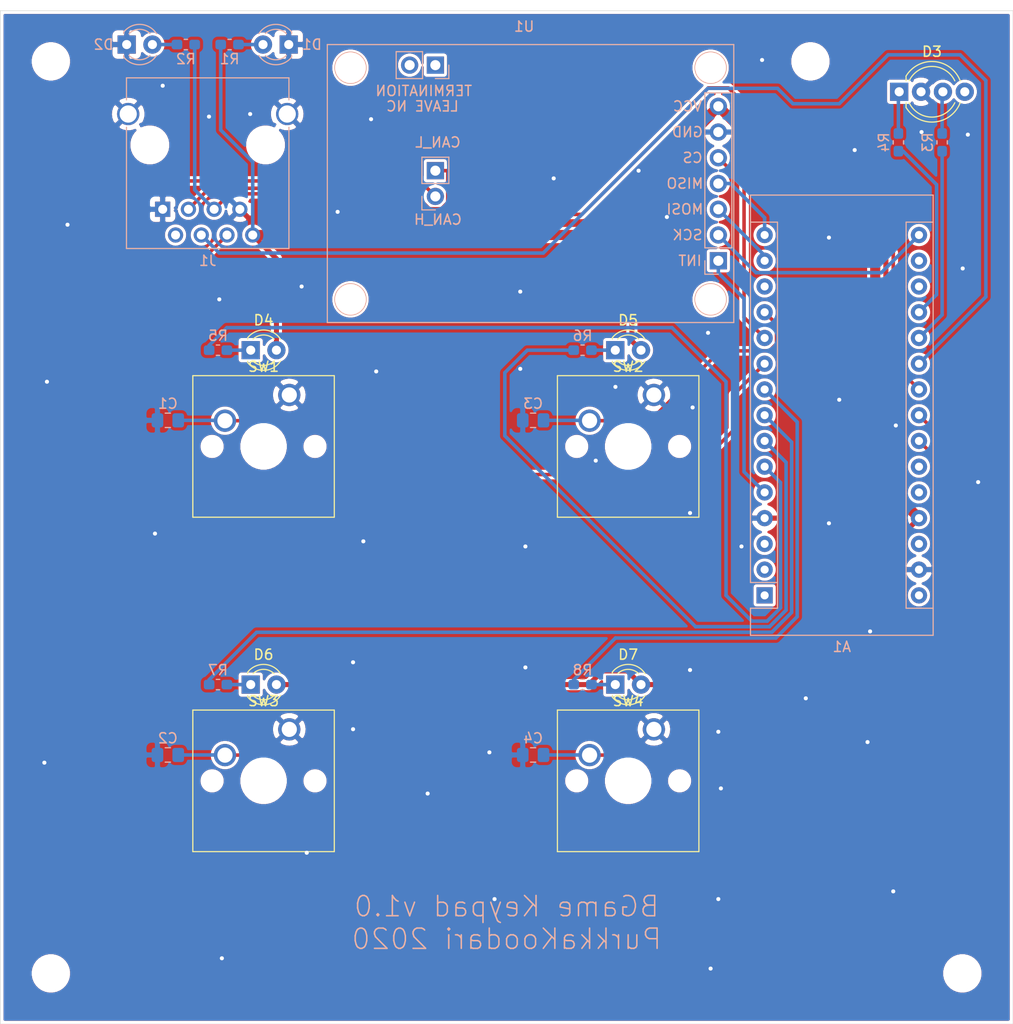
<source format=kicad_pcb>
(kicad_pcb (version 20171130) (host pcbnew 5.1.8+dfsg1-1)
  (layers (0 F.Cu signal) (31 B.Cu signal) (34 B.Paste user) (35 F.Paste user) (36 B.SilkS user) (37 F.SilkS user) (38 B.Mask user) (39 F.Mask user) (44 Edge.Cuts user))
  (net 0 "")
  (net 1 SCK)
  (net 2 MISO)
  (net 3 "Net-(A1-Pad30)")
  (net 4 MOSI)
  (net 5 GND)
  (net 6 D10)
  (net 7 "Net-(A1-Pad28)")
  (net 8 D9)
  (net 9 VCC)
  (net 10 "Net-(A1-Pad11)")
  (net 11 A7)
  (net 12 D7)
  (net 13 A6)
  (net 14 D6)
  (net 15 A5_SCL)
  (net 16 D5)
  (net 17 A4_SDA)
  (net 18 D4)
  (net 19 MODULE_ENABLE)
  (net 20 D3)
  (net 21 MODULE_READY)
  (net 22 "Net-(A1-Pad5)")
  (net 23 A1)
  (net 24 A0)
  (net 25 "Net-(A1-Pad3)")
  (net 26 "Net-(A1-Pad18)")
  (net 27 "Net-(A1-Pad2)")
  (net 28 "Net-(A1-Pad17)")
  (net 29 "Net-(A1-Pad1)")
  (net 30 "Net-(D1-Pad2)")
  (net 31 "Net-(D2-Pad2)")
  (net 32 "Net-(D3-Pad4)")
  (net 33 "Net-(D3-Pad3)")
  (net 34 "Net-(D3-Pad1)")
  (net 35 "Net-(D4-Pad1)")
  (net 36 "Net-(D5-Pad1)")
  (net 37 "Net-(D6-Pad1)")
  (net 38 "Net-(D7-Pad1)")
  (net 39 "Net-(J1-Pad3)")
  (net 40 +12V)
  (net 41 "Net-(J1-Pad6)")
  (net 42 "Net-(U1-PadJ1_1)")
  (net 43 "Net-(U1-PadJ1_2)")
  (module Button_Switch_Keyboard:SW_Cherry_MX_1.00u_PCB (layer F.Cu) (at 114.54 120.92)
    (fp_text reference SW4 (at -2.54 -2.794) (layer F.SilkS))
    (fp_text value SW_Push)
    (fp_line (start -9.525 -1.905) (end 4.445 -1.905) (layer F.SilkS) (width 0.12))
    (fp_line (start 4.445 -1.905) (end 4.445 12.065) (layer F.SilkS) (width 0.12))
    (fp_line (start 4.445 12.065) (end -9.525 12.065) (layer F.SilkS) (width 0.12))
    (fp_line (start -9.525 12.065) (end -9.525 -1.905) (layer F.SilkS) (width 0.12))
    (pad "" np_thru_hole circle (at 2.54 5.08) (size 1.7 1.7) (drill 1.7) (layers *.Cu *.Mask))
    (pad "" np_thru_hole circle (at -7.62 5.08) (size 1.7 1.7) (drill 1.7) (layers *.Cu *.Mask))
    (pad "" np_thru_hole circle (at -2.54 5.08) (size 4 4) (drill 4) (layers *.Cu *.Mask))
    (pad 2 thru_hole circle (at -6.35 2.54) (size 2.2 2.2) (drill 1.5) (layers *.Cu *.Mask) (net 15 A5_SCL))
    (pad 1 thru_hole circle (at 0 0) (size 2.2 2.2) (drill 1.5) (layers *.Cu *.Mask) (net 5 GND))
  )
  (module Button_Switch_Keyboard:SW_Cherry_MX_1.00u_PCB (layer F.Cu) (at 78.54 120.92)
    (fp_text reference SW3 (at -2.54 -2.794) (layer F.SilkS))
    (fp_text value SW_Push)
    (fp_line (start -9.525 -1.905) (end 4.445 -1.905) (layer F.SilkS) (width 0.12))
    (fp_line (start 4.445 -1.905) (end 4.445 12.065) (layer F.SilkS) (width 0.12))
    (fp_line (start 4.445 12.065) (end -9.525 12.065) (layer F.SilkS) (width 0.12))
    (fp_line (start -9.525 12.065) (end -9.525 -1.905) (layer F.SilkS) (width 0.12))
    (pad "" np_thru_hole circle (at 2.54 5.08) (size 1.7 1.7) (drill 1.7) (layers *.Cu *.Mask))
    (pad "" np_thru_hole circle (at -7.62 5.08) (size 1.7 1.7) (drill 1.7) (layers *.Cu *.Mask))
    (pad "" np_thru_hole circle (at -2.54 5.08) (size 4 4) (drill 4) (layers *.Cu *.Mask))
    (pad 2 thru_hole circle (at -6.35 2.54) (size 2.2 2.2) (drill 1.5) (layers *.Cu *.Mask) (net 17 A4_SDA))
    (pad 1 thru_hole circle (at 0 0) (size 2.2 2.2) (drill 1.5) (layers *.Cu *.Mask) (net 5 GND))
  )
  (module Button_Switch_Keyboard:SW_Cherry_MX_1.00u_PCB (layer F.Cu) (at 114.54 87.92)
    (fp_text reference SW2 (at -2.54 -2.794) (layer F.SilkS))
    (fp_text value SW_Push)
    (fp_line (start -9.525 -1.905) (end 4.445 -1.905) (layer F.SilkS) (width 0.12))
    (fp_line (start 4.445 -1.905) (end 4.445 12.065) (layer F.SilkS) (width 0.12))
    (fp_line (start 4.445 12.065) (end -9.525 12.065) (layer F.SilkS) (width 0.12))
    (fp_line (start -9.525 12.065) (end -9.525 -1.905) (layer F.SilkS) (width 0.12))
    (pad "" np_thru_hole circle (at 2.54 5.08) (size 1.7 1.7) (drill 1.7) (layers *.Cu *.Mask))
    (pad "" np_thru_hole circle (at -7.62 5.08) (size 1.7 1.7) (drill 1.7) (layers *.Cu *.Mask))
    (pad "" np_thru_hole circle (at -2.54 5.08) (size 4 4) (drill 4) (layers *.Cu *.Mask))
    (pad 2 thru_hole circle (at -6.35 2.54) (size 2.2 2.2) (drill 1.5) (layers *.Cu *.Mask) (net 8 D9))
    (pad 1 thru_hole circle (at 0 0) (size 2.2 2.2) (drill 1.5) (layers *.Cu *.Mask) (net 5 GND))
  )
  (module Button_Switch_Keyboard:SW_Cherry_MX_1.00u_PCB (layer F.Cu) (at 78.54 87.92)
    (fp_text reference SW1 (at -2.54 -2.794) (layer F.SilkS))
    (fp_text value SW_Push)
    (fp_line (start -9.525 -1.905) (end 4.445 -1.905) (layer F.SilkS) (width 0.12))
    (fp_line (start 4.445 -1.905) (end 4.445 12.065) (layer F.SilkS) (width 0.12))
    (fp_line (start 4.445 12.065) (end -9.525 12.065) (layer F.SilkS) (width 0.12))
    (fp_line (start -9.525 12.065) (end -9.525 -1.905) (layer F.SilkS) (width 0.12))
    (pad "" np_thru_hole circle (at 2.54 5.08) (size 1.7 1.7) (drill 1.7) (layers *.Cu *.Mask))
    (pad "" np_thru_hole circle (at -7.62 5.08) (size 1.7 1.7) (drill 1.7) (layers *.Cu *.Mask))
    (pad "" np_thru_hole circle (at -2.54 5.08) (size 4 4) (drill 4) (layers *.Cu *.Mask))
    (pad 2 thru_hole circle (at -6.35 2.54) (size 2.2 2.2) (drill 1.5) (layers *.Cu *.Mask) (net 12 D7))
    (pad 1 thru_hole circle (at 0 0) (size 2.2 2.2) (drill 1.5) (layers *.Cu *.Mask) (net 5 GND))
  )
  (module Capacitor_SMD:C_0805_2012Metric_Pad1.15x1.40mm_HandSolder (layer B.Cu) (at 102.616 123.444 180)
    (fp_text reference C4 (at 0 1.65) (layer B.SilkS) (effects (justify mirror)))
    (fp_text value C)
    (fp_line (start -0.261252 0.71) (end 0.261252 0.71) (layer B.SilkS) (width 0.12))
    (fp_line (start -0.261252 -0.71) (end 0.261252 -0.71) (layer B.SilkS) (width 0.12))
    (pad 2 smd roundrect (at 1.025 0 180) (size 1.15 1.4) (layers B.Cu B.Paste B.Mask) (roundrect_rratio 0.217391) (net 5 GND))
    (pad 1 smd roundrect (at -1.025 0 180) (size 1.15 1.4) (layers B.Cu B.Paste B.Mask) (roundrect_rratio 0.217391) (net 15 A5_SCL))
  )
  (module Capacitor_SMD:C_0805_2012Metric_Pad1.15x1.40mm_HandSolder (layer B.Cu) (at 102.616 90.424 180)
    (fp_text reference C3 (at 0 1.65) (layer B.SilkS) (effects (justify mirror)))
    (fp_text value C)
    (fp_line (start -0.261252 0.71) (end 0.261252 0.71) (layer B.SilkS) (width 0.12))
    (fp_line (start -0.261252 -0.71) (end 0.261252 -0.71) (layer B.SilkS) (width 0.12))
    (pad 2 smd roundrect (at 1.025 0 180) (size 1.15 1.4) (layers B.Cu B.Paste B.Mask) (roundrect_rratio 0.217391) (net 5 GND))
    (pad 1 smd roundrect (at -1.025 0 180) (size 1.15 1.4) (layers B.Cu B.Paste B.Mask) (roundrect_rratio 0.217391) (net 8 D9))
  )
  (module Capacitor_SMD:C_0805_2012Metric_Pad1.15x1.40mm_HandSolder (layer B.Cu) (at 66.548 123.444 180)
    (fp_text reference C2 (at 0 1.65) (layer B.SilkS) (effects (justify mirror)))
    (fp_text value C)
    (fp_line (start -0.261252 0.71) (end 0.261252 0.71) (layer B.SilkS) (width 0.12))
    (fp_line (start -0.261252 -0.71) (end 0.261252 -0.71) (layer B.SilkS) (width 0.12))
    (pad 2 smd roundrect (at 1.025 0 180) (size 1.15 1.4) (layers B.Cu B.Paste B.Mask) (roundrect_rratio 0.217391) (net 5 GND))
    (pad 1 smd roundrect (at -1.025 0 180) (size 1.15 1.4) (layers B.Cu B.Paste B.Mask) (roundrect_rratio 0.217391) (net 17 A4_SDA))
  )
  (module Capacitor_SMD:C_0805_2012Metric_Pad1.15x1.40mm_HandSolder (layer B.Cu) (at 66.548 90.424 180)
    (fp_text reference C1 (at 0 1.65) (layer B.SilkS) (effects (justify mirror)))
    (fp_text value C)
    (fp_line (start -0.261252 0.71) (end 0.261252 0.71) (layer B.SilkS) (width 0.12))
    (fp_line (start -0.261252 -0.71) (end 0.261252 -0.71) (layer B.SilkS) (width 0.12))
    (pad 2 smd roundrect (at 1.025 0 180) (size 1.15 1.4) (layers B.Cu B.Paste B.Mask) (roundrect_rratio 0.217391) (net 5 GND))
    (pad 1 smd roundrect (at -1.025 0 180) (size 1.15 1.4) (layers B.Cu B.Paste B.Mask) (roundrect_rratio 0.217391) (net 12 D7))
  )
  (module MountingHole:MountingHole_3.2mm_M3 (layer F.Cu) (at 55 145)
    (fp_text reference REF** hide)
    (fp_text value MountingHole_3.2mm_M3 hide)
    (pad 1 np_thru_hole circle (at 0 0) (size 3.2 3.2) (drill 3.2) (layers *.Cu *.Mask))
  )
  (module MountingHole:MountingHole_3.2mm_M3 (layer F.Cu) (at 145 145)
    (fp_text reference REF** hide)
    (fp_text value MountingHole_3.2mm_M3 hide)
    (pad 1 np_thru_hole circle (at 0 0) (size 3.2 3.2) (drill 3.2) (layers *.Cu *.Mask))
  )
  (module MountingHole:MountingHole_3.2mm_M3 (layer F.Cu) (at 130 55)
    (fp_text reference REF** hide)
    (fp_text value MountingHole_3.2mm_M3 hide)
    (pad 1 np_thru_hole circle (at 0 0) (size 3.2 3.2) (drill 3.2) (layers *.Cu *.Mask))
  )
  (module MountingHole:MountingHole_3.2mm_M3 (layer F.Cu) (at 55 55)
    (fp_text reference REF** hide)
    (fp_text value MountingHole_3.2mm_M3 hide)
    (pad 1 np_thru_hole circle (at 0 0) (size 3.2 3.2) (drill 3.2) (layers *.Cu *.Mask))
  )
  (module WAVGAT_CAN:WAVGAT_CAN (layer B.Cu) (at 112.268 50.292 180)
    (fp_text reference U1 (at 10.541 -1.27) (layer B.SilkS) (effects (justify mirror)))
    (fp_text value WAVGAT_CAN)
    (fp_circle (center -7.874 -5.334) (end -9.398 -5.334) (layer B.SilkS) (width 0.15))
    (fp_circle (center -7.874 -28.194) (end -9.398 -28.194) (layer B.SilkS) (width 0.15))
    (fp_circle (center 27.686 -28.194) (end 29.21 -28.194) (layer B.SilkS) (width 0.15))
    (fp_circle (center 27.686 -5.334) (end 27.686 -6.858) (layer B.SilkS) (width 0.15))
    (fp_line (start -7.306 -23.114) (end -9.966 -23.114) (layer B.SilkS) (width 0.12))
    (fp_line (start -9.966 -23.114) (end -9.966 -7.814) (layer B.SilkS) (width 0.12))
    (fp_line (start -7.306 -23.114) (end -7.306 -7.814) (layer B.SilkS) (width 0.12))
    (fp_line (start -7.306 -7.814) (end -9.966 -7.814) (layer B.SilkS) (width 0.12))
    (fp_line (start -7.306 -25.714) (end -8.636 -25.714) (layer B.SilkS) (width 0.12))
    (fp_line (start -7.306 -24.384) (end -7.306 -25.714) (layer B.SilkS) (width 0.12))
    (fp_line (start 20.634 -16.764) (end 20.634 -14.164) (layer B.SilkS) (width 0.12))
    (fp_line (start 20.634 -19.364) (end 19.304 -19.364) (layer B.SilkS) (width 0.12))
    (fp_line (start 17.974 -16.764) (end 17.974 -14.164) (layer B.SilkS) (width 0.12))
    (fp_line (start 20.634 -16.764) (end 17.974 -16.764) (layer B.SilkS) (width 0.12))
    (fp_line (start 20.634 -18.034) (end 20.634 -19.364) (layer B.SilkS) (width 0.12))
    (fp_line (start 20.634 -14.164) (end 17.974 -14.164) (layer B.SilkS) (width 0.12))
    (fp_line (start 20.574 -6.41) (end 23.174 -6.41) (layer B.SilkS) (width 0.12))
    (fp_line (start 17.974 -6.41) (end 17.974 -5.08) (layer B.SilkS) (width 0.12))
    (fp_line (start 20.574 -3.75) (end 23.174 -3.75) (layer B.SilkS) (width 0.12))
    (fp_line (start 20.574 -6.41) (end 20.574 -3.75) (layer B.SilkS) (width 0.12))
    (fp_line (start 19.304 -6.41) (end 17.974 -6.41) (layer B.SilkS) (width 0.12))
    (fp_line (start 23.174 -6.41) (end 23.174 -3.75) (layer B.SilkS) (width 0.12))
    (fp_line (start -10.16 -3.048) (end 29.972 -3.048) (layer B.SilkS) (width 0.12))
    (fp_line (start 29.972 -3.048) (end 29.972 -30.48) (layer B.SilkS) (width 0.12))
    (fp_line (start 29.972 -30.48) (end -10.16 -30.48) (layer B.SilkS) (width 0.12))
    (fp_line (start -10.16 -30.48) (end -10.16 -3.048) (layer B.SilkS) (width 0.12))
    (fp_text user "LEAVE NC" (at 20.574 -9.144) (layer B.SilkS) (effects (justify mirror)))
    (fp_text user INT (at -5.842 -24.384) (layer B.SilkS) (effects (justify mirror)))
    (fp_text user SCK (at -5.588 -21.844) (layer B.SilkS) (effects (justify mirror)))
    (fp_text user MOSI (at -5.334 -19.304) (layer B.SilkS) (effects (justify mirror)))
    (fp_text user MISO (at -5.334 -16.764) (layer B.SilkS) (effects (justify mirror)))
    (fp_text user CS (at -6.096 -14.224) (layer B.SilkS) (effects (justify mirror)))
    (fp_text user GND (at -5.588 -11.684) (layer B.SilkS) (effects (justify mirror)))
    (fp_text user VCC (at -5.588 -9.144) (layer B.SilkS) (effects (justify mirror)))
    (fp_text user CAN_L (at 19.05 -12.7) (layer B.SilkS) (effects (justify mirror)))
    (fp_text user CAN_H (at 19.05 -20.32) (layer B.SilkS) (effects (justify mirror)))
    (fp_text user TERMINATION (at 20.447 -7.62) (layer B.SilkS) (effects (justify mirror)))
    (pad "" np_thru_hole circle (at -7.874 -28.194 180) (size 3 3) (drill 3) (layers *.Cu *.Mask))
    (pad "" np_thru_hole circle (at 27.686 -5.334 180) (size 3 3) (drill 3) (layers *.Cu *.Mask))
    (pad "" np_thru_hole circle (at 27.686 -28.194 180) (size 3 3) (drill 3) (layers *.Cu *.Mask))
    (pad "" np_thru_hole circle (at -7.874 -5.334 180) (size 3 3) (drill 3) (layers *.Cu *.Mask))
    (pad J1_1 thru_hole rect (at 19.304 -5.08 90) (size 1.7 1.7) (drill 1) (layers *.Cu *.Mask) (net 42 "Net-(U1-PadJ1_1)"))
    (pad J1_2 thru_hole oval (at 21.844 -5.08 90) (size 1.7 1.7) (drill 1) (layers *.Cu *.Mask) (net 43 "Net-(U1-PadJ1_2)"))
    (pad J3_2 thru_hole oval (at 19.304 -18.034) (size 1.7 1.7) (drill 1) (layers *.Cu *.Mask) (net 41 "Net-(J1-Pad6)"))
    (pad J3_1 thru_hole rect (at 19.304 -15.494) (size 1.7 1.7) (drill 1) (layers *.Cu *.Mask) (net 39 "Net-(J1-Pad3)"))
    (pad J4_2 thru_hole oval (at -8.636 -21.844) (size 1.7 1.7) (drill 1) (layers *.Cu *.Mask) (net 1 SCK))
    (pad J4_3 thru_hole oval (at -8.636 -19.304) (size 1.7 1.7) (drill 1) (layers *.Cu *.Mask) (net 4 MOSI))
    (pad J4_4 thru_hole oval (at -8.636 -16.764) (size 1.7 1.7) (drill 1) (layers *.Cu *.Mask) (net 2 MISO))
    (pad J4_5 thru_hole oval (at -8.636 -14.224) (size 1.7 1.7) (drill 1) (layers *.Cu *.Mask) (net 10 "Net-(A1-Pad11)"))
    (pad J4_7 thru_hole oval (at -8.636 -9.144) (size 1.7 1.7) (drill 1) (layers *.Cu *.Mask) (net 9 VCC))
    (pad J4_1 thru_hole rect (at -8.636 -24.384) (size 1.7 1.7) (drill 1) (layers *.Cu *.Mask) (net 22 "Net-(A1-Pad5)"))
    (pad J4_6 thru_hole oval (at -8.636 -11.684) (size 1.7 1.7) (drill 1) (layers *.Cu *.Mask) (net 5 GND))
  )
  (module Resistor_SMD:R_0603_1608Metric_Pad1.05x0.95mm_HandSolder (layer B.Cu) (at 107.5 116.5 180)
    (fp_text reference R8 (at 0 1.43) (layer B.SilkS) (effects (justify mirror)))
    (fp_text value 220R)
    (fp_line (start -0.171267 0.51) (end 0.171267 0.51) (layer B.SilkS) (width 0.12))
    (fp_line (start -0.171267 -0.51) (end 0.171267 -0.51) (layer B.SilkS) (width 0.12))
    (pad 2 smd roundrect (at 0.875 0 180) (size 1.05 0.95) (layers B.Cu B.Paste B.Mask) (net 14 D6))
    (pad 1 smd roundrect (at -0.875 0 180) (size 1.05 0.95) (layers B.Cu B.Paste B.Mask) (net 38 "Net-(D7-Pad1)"))
  )
  (module Resistor_SMD:R_0603_1608Metric_Pad1.05x0.95mm_HandSolder (layer B.Cu) (at 71.5 116.5 180)
    (fp_text reference R7 (at 0 1.43) (layer B.SilkS) (effects (justify mirror)))
    (fp_text value 220R)
    (fp_line (start -0.171267 0.51) (end 0.171267 0.51) (layer B.SilkS) (width 0.12))
    (fp_line (start -0.171267 -0.51) (end 0.171267 -0.51) (layer B.SilkS) (width 0.12))
    (pad 2 smd roundrect (at 0.875 0 180) (size 1.05 0.95) (layers B.Cu B.Paste B.Mask) (net 16 D5))
    (pad 1 smd roundrect (at -0.875 0 180) (size 1.05 0.95) (layers B.Cu B.Paste B.Mask) (net 37 "Net-(D6-Pad1)"))
  )
  (module Resistor_SMD:R_0603_1608Metric_Pad1.05x0.95mm_HandSolder (layer B.Cu) (at 107.5 83.5 180)
    (fp_text reference R6 (at 0 1.43) (layer B.SilkS) (effects (justify mirror)))
    (fp_text value 220R)
    (fp_line (start -0.171267 0.51) (end 0.171267 0.51) (layer B.SilkS) (width 0.12))
    (fp_line (start -0.171267 -0.51) (end 0.171267 -0.51) (layer B.SilkS) (width 0.12))
    (pad 2 smd roundrect (at 0.875 0 180) (size 1.05 0.95) (layers B.Cu B.Paste B.Mask) (net 18 D4))
    (pad 1 smd roundrect (at -0.875 0 180) (size 1.05 0.95) (layers B.Cu B.Paste B.Mask) (net 36 "Net-(D5-Pad1)"))
  )
  (module Resistor_SMD:R_0603_1608Metric_Pad1.05x0.95mm_HandSolder (layer B.Cu) (at 71.5 83.5 180)
    (fp_text reference R5 (at 0 1.43) (layer B.SilkS) (effects (justify mirror)))
    (fp_text value 220R)
    (fp_line (start -0.171267 0.51) (end 0.171267 0.51) (layer B.SilkS) (width 0.12))
    (fp_line (start -0.171267 -0.51) (end 0.171267 -0.51) (layer B.SilkS) (width 0.12))
    (pad 2 smd roundrect (at 0.875 0 180) (size 1.05 0.95) (layers B.Cu B.Paste B.Mask) (net 20 D3))
    (pad 1 smd roundrect (at -0.875 0 180) (size 1.05 0.95) (layers B.Cu B.Paste B.Mask) (net 35 "Net-(D4-Pad1)"))
  )
  (module Resistor_SMD:R_0603_1608Metric_Pad1.05x0.95mm_HandSolder (layer B.Cu) (at 138.684 62.992 270)
    (fp_text reference R4 (at 0 1.43 270) (layer B.SilkS) (effects (justify mirror)))
    (fp_text value 220R)
    (fp_line (start -0.171267 0.51) (end 0.171267 0.51) (layer B.SilkS) (width 0.12))
    (fp_line (start -0.171267 -0.51) (end 0.171267 -0.51) (layer B.SilkS) (width 0.12))
    (pad 2 smd roundrect (at 0.875 0 270) (size 1.05 0.95) (layers B.Cu B.Paste B.Mask) (net 24 A0))
    (pad 1 smd roundrect (at -0.875 0 270) (size 1.05 0.95) (layers B.Cu B.Paste B.Mask) (net 34 "Net-(D3-Pad1)"))
  )
  (module Resistor_SMD:R_0603_1608Metric_Pad1.05x0.95mm_HandSolder (layer B.Cu) (at 143.002 62.992 270)
    (fp_text reference R3 (at 0 1.43 270) (layer B.SilkS) (effects (justify mirror)))
    (fp_text value 220R)
    (fp_line (start -0.171267 0.51) (end 0.171267 0.51) (layer B.SilkS) (width 0.12))
    (fp_line (start -0.171267 -0.51) (end 0.171267 -0.51) (layer B.SilkS) (width 0.12))
    (pad 2 smd roundrect (at 0.875 0 270) (size 1.05 0.95) (layers B.Cu B.Paste B.Mask) (net 23 A1))
    (pad 1 smd roundrect (at -0.875 0 270) (size 1.05 0.95) (layers B.Cu B.Paste B.Mask) (net 33 "Net-(D3-Pad3)"))
  )
  (module Resistor_SMD:R_0603_1608Metric_Pad1.05x0.95mm_HandSolder (layer B.Cu) (at 68.326 53.34)
    (fp_text reference R2 (at 0 1.43) (layer B.SilkS) (effects (justify mirror)))
    (fp_text value 560R)
    (fp_line (start -0.171267 0.51) (end 0.171267 0.51) (layer B.SilkS) (width 0.12))
    (fp_line (start -0.171267 -0.51) (end 0.171267 -0.51) (layer B.SilkS) (width 0.12))
    (pad 2 smd roundrect (at 0.875 0) (size 1.05 0.95) (layers B.Cu B.Paste B.Mask) (net 19 MODULE_ENABLE))
    (pad 1 smd roundrect (at -0.875 0) (size 1.05 0.95) (layers B.Cu B.Paste B.Mask) (net 31 "Net-(D2-Pad2)"))
  )
  (module Resistor_SMD:R_0603_1608Metric_Pad1.05x0.95mm_HandSolder (layer B.Cu) (at 72.644 53.34)
    (fp_text reference R1 (at 0 1.43) (layer B.SilkS) (effects (justify mirror)))
    (fp_text value 560R)
    (fp_line (start -0.171267 0.51) (end 0.171267 0.51) (layer B.SilkS) (width 0.12))
    (fp_line (start -0.171267 -0.51) (end 0.171267 -0.51) (layer B.SilkS) (width 0.12))
    (pad 2 smd roundrect (at 0.875 0) (size 1.05 0.95) (layers B.Cu B.Paste B.Mask) (net 30 "Net-(D1-Pad2)"))
    (pad 1 smd roundrect (at -0.875 0) (size 1.05 0.95) (layers B.Cu B.Paste B.Mask) (net 9 VCC))
  )
  (module RJ45_5224:RJ45_5224 (layer B.Cu) (at 66.04 69.596)
    (fp_text reference J1 (at 4.445 5.08) (layer B.SilkS) (effects (justify mirror)))
    (fp_text value RJ45_Shielded)
    (fp_line (start -3.575 3.87) (end 12.465 3.87) (layer B.SilkS) (width 0.12))
    (fp_line (start 12.465 3.87) (end 12.465 -8.1) (layer B.SilkS) (width 0.12))
    (fp_line (start -3.575 -12.97) (end 12.465 -12.97) (layer B.SilkS) (width 0.12))
    (fp_line (start -3.575 -8.1) (end -3.575 3.87) (layer B.SilkS) (width 0.12))
    (fp_line (start -3.575 -12.97) (end -3.575 -10.795) (layer B.SilkS) (width 0.12))
    (fp_line (start 12.465 -12.97) (end 12.465 -10.795) (layer B.SilkS) (width 0.12))
    (pad 1 thru_hole rect (at 0 0) (size 1.5 1.5) (drill 0.89) (layers *.Cu *.Mask) (net 5 GND))
    (pad 3 thru_hole circle (at 2.54 0) (size 1.5 1.5) (drill 0.89) (layers *.Cu *.Mask) (net 39 "Net-(J1-Pad3)"))
    (pad 5 thru_hole circle (at 5.08 0) (size 1.5 1.5) (drill 0.89) (layers *.Cu *.Mask) (net 19 MODULE_ENABLE))
    (pad 7 thru_hole circle (at 7.62 0) (size 1.5 1.5) (drill 0.89) (layers *.Cu *.Mask) (net 5 GND))
    (pad 2 thru_hole circle (at 1.27 2.54) (size 1.5 1.5) (drill 0.89) (layers *.Cu *.Mask) (net 40 +12V))
    (pad 4 thru_hole circle (at 3.81 2.54) (size 1.5 1.5) (drill 0.89) (layers *.Cu *.Mask) (net 21 MODULE_READY))
    (pad 6 thru_hole circle (at 6.35 2.54) (size 1.5 1.5) (drill 0.89) (layers *.Cu *.Mask) (net 41 "Net-(J1-Pad6)"))
    (pad 8 thru_hole circle (at 8.89 2.54) (size 1.5 1.5) (drill 0.89) (layers *.Cu *.Mask) (net 9 VCC))
    (pad "" np_thru_hole circle (at -1.27 -6.35) (size 3.25 3.25) (drill 3.25) (layers *.Cu *.Mask))
    (pad "" np_thru_hole circle (at 10.16 -6.35) (size 3.25 3.25) (drill 3.25) (layers *.Cu *.Mask))
    (pad SH thru_hole circle (at 12.295 -9.4) (size 2.2 2.2) (drill 1.7) (layers *.Cu *.Mask) (net 5 GND))
    (pad SH thru_hole circle (at -3.405 -9.4) (size 2.2 2.2) (drill 1.7) (layers *.Cu *.Mask) (net 5 GND))
  )
  (module LED_THT:LED_D3.0mm (layer F.Cu) (at 110.73 116.5)
    (fp_text reference D7 (at 1.27 -2.96) (layer F.SilkS))
    (fp_text value LED)
    (fp_line (start -0.29 -1.236) (end -0.29 -1.08) (layer F.SilkS) (width 0.12))
    (fp_line (start -0.29 1.08) (end -0.29 1.236) (layer F.SilkS) (width 0.12))
    (fp_arc (start 1.27 0) (end 0.229039 1.08) (angle -87.9) (layer F.SilkS) (width 0.12))
    (fp_arc (start 1.27 0) (end 0.229039 -1.08) (angle 87.9) (layer F.SilkS) (width 0.12))
    (fp_arc (start 1.27 0) (end -0.29 1.235516) (angle -108.8) (layer F.SilkS) (width 0.12))
    (fp_arc (start 1.27 0) (end -0.29 -1.235516) (angle 108.8) (layer F.SilkS) (width 0.12))
    (pad 2 thru_hole circle (at 2.54 0) (size 1.8 1.8) (drill 0.9) (layers *.Cu *.Mask) (net 9 VCC))
    (pad 1 thru_hole rect (at 0 0) (size 1.8 1.8) (drill 0.9) (layers *.Cu *.Mask) (net 38 "Net-(D7-Pad1)"))
  )
  (module LED_THT:LED_D3.0mm (layer F.Cu) (at 74.73 116.5)
    (fp_text reference D6 (at 1.27 -2.96) (layer F.SilkS))
    (fp_text value LED)
    (fp_line (start -0.29 -1.236) (end -0.29 -1.08) (layer F.SilkS) (width 0.12))
    (fp_line (start -0.29 1.08) (end -0.29 1.236) (layer F.SilkS) (width 0.12))
    (fp_arc (start 1.27 0) (end 0.229039 1.08) (angle -87.9) (layer F.SilkS) (width 0.12))
    (fp_arc (start 1.27 0) (end 0.229039 -1.08) (angle 87.9) (layer F.SilkS) (width 0.12))
    (fp_arc (start 1.27 0) (end -0.29 1.235516) (angle -108.8) (layer F.SilkS) (width 0.12))
    (fp_arc (start 1.27 0) (end -0.29 -1.235516) (angle 108.8) (layer F.SilkS) (width 0.12))
    (pad 2 thru_hole circle (at 2.54 0) (size 1.8 1.8) (drill 0.9) (layers *.Cu *.Mask) (net 9 VCC))
    (pad 1 thru_hole rect (at 0 0) (size 1.8 1.8) (drill 0.9) (layers *.Cu *.Mask) (net 37 "Net-(D6-Pad1)"))
  )
  (module LED_THT:LED_D3.0mm (layer F.Cu) (at 110.73 83.5)
    (fp_text reference D5 (at 1.27 -2.96) (layer F.SilkS))
    (fp_text value LED)
    (fp_line (start -0.29 -1.236) (end -0.29 -1.08) (layer F.SilkS) (width 0.12))
    (fp_line (start -0.29 1.08) (end -0.29 1.236) (layer F.SilkS) (width 0.12))
    (fp_arc (start 1.27 0) (end 0.229039 1.08) (angle -87.9) (layer F.SilkS) (width 0.12))
    (fp_arc (start 1.27 0) (end 0.229039 -1.08) (angle 87.9) (layer F.SilkS) (width 0.12))
    (fp_arc (start 1.27 0) (end -0.29 1.235516) (angle -108.8) (layer F.SilkS) (width 0.12))
    (fp_arc (start 1.27 0) (end -0.29 -1.235516) (angle 108.8) (layer F.SilkS) (width 0.12))
    (pad 2 thru_hole circle (at 2.54 0) (size 1.8 1.8) (drill 0.9) (layers *.Cu *.Mask) (net 9 VCC))
    (pad 1 thru_hole rect (at 0 0) (size 1.8 1.8) (drill 0.9) (layers *.Cu *.Mask) (net 36 "Net-(D5-Pad1)"))
  )
  (module LED_THT:LED_D3.0mm (layer F.Cu) (at 74.73 83.5)
    (fp_text reference D4 (at 1.27 -2.96) (layer F.SilkS))
    (fp_text value LED)
    (fp_line (start -0.29 -1.236) (end -0.29 -1.08) (layer F.SilkS) (width 0.12))
    (fp_line (start -0.29 1.08) (end -0.29 1.236) (layer F.SilkS) (width 0.12))
    (fp_arc (start 1.27 0) (end 0.229039 1.08) (angle -87.9) (layer F.SilkS) (width 0.12))
    (fp_arc (start 1.27 0) (end 0.229039 -1.08) (angle 87.9) (layer F.SilkS) (width 0.12))
    (fp_arc (start 1.27 0) (end -0.29 1.235516) (angle -108.8) (layer F.SilkS) (width 0.12))
    (fp_arc (start 1.27 0) (end -0.29 -1.235516) (angle 108.8) (layer F.SilkS) (width 0.12))
    (pad 2 thru_hole circle (at 2.54 0) (size 1.8 1.8) (drill 0.9) (layers *.Cu *.Mask) (net 9 VCC))
    (pad 1 thru_hole rect (at 0 0) (size 1.8 1.8) (drill 0.9) (layers *.Cu *.Mask) (net 35 "Net-(D4-Pad1)"))
  )
  (module LED_THT:LED_D5.0mm-4_RGB_Wide_Pins (layer F.Cu) (at 138.7615 58)
    (fp_text reference D3 (at 3.2385 -3.96) (layer F.SilkS))
    (fp_text value LED_RCGB)
    (fp_line (start 0.6785 -1.545) (end 0.6785 -1.08) (layer F.SilkS) (width 0.12))
    (fp_line (start 0.6785 1.08) (end 0.6785 1.545) (layer F.SilkS) (width 0.12))
    (fp_arc (start 3.2385 0) (end 0.983816 1.08) (angle -128.8) (layer F.SilkS) (width 0.12))
    (fp_arc (start 3.2385 0) (end 0.983816 -1.08) (angle 128.8) (layer F.SilkS) (width 0.12))
    (fp_arc (start 3.2385 0) (end 0.6785 1.54483) (angle -127.7) (layer F.SilkS) (width 0.12))
    (fp_arc (start 3.2385 0) (end 0.6785 -1.54483) (angle 127.7) (layer F.SilkS) (width 0.12))
    (pad 4 thru_hole circle (at 6.477 0) (size 1.8 1.8) (drill 0.9) (layers *.Cu *.Mask) (net 32 "Net-(D3-Pad4)"))
    (pad 3 thru_hole circle (at 4.318 0) (size 1.8 1.8) (drill 0.9) (layers *.Cu *.Mask) (net 33 "Net-(D3-Pad3)"))
    (pad 2 thru_hole circle (at 2.159 0) (size 1.8 1.8) (drill 0.9) (layers *.Cu *.Mask) (net 5 GND))
    (pad 1 thru_hole rect (at 0 0) (size 1.8 1.8) (drill 0.9) (layers *.Cu *.Mask) (net 34 "Net-(D3-Pad1)"))
  )
  (module LED_THT:LED_D3.0mm (layer B.Cu) (at 62.484 53.34)
    (fp_text reference D2 (at -2.286 0) (layer B.SilkS) (effects (justify mirror)))
    (fp_text value LED_Small)
    (fp_line (start -0.29 1.236) (end -0.29 1.08) (layer B.SilkS) (width 0.12))
    (fp_line (start -0.29 -1.08) (end -0.29 -1.236) (layer B.SilkS) (width 0.12))
    (fp_arc (start 1.27 0) (end 0.229039 -1.08) (angle 87.9) (layer B.SilkS) (width 0.12))
    (fp_arc (start 1.27 0) (end 0.229039 1.08) (angle -87.9) (layer B.SilkS) (width 0.12))
    (fp_arc (start 1.27 0) (end -0.29 -1.235516) (angle 108.8) (layer B.SilkS) (width 0.12))
    (fp_arc (start 1.27 0) (end -0.29 1.235516) (angle -108.8) (layer B.SilkS) (width 0.12))
    (pad 2 thru_hole circle (at 2.54 0) (size 1.8 1.8) (drill 0.9) (layers *.Cu *.Mask) (net 31 "Net-(D2-Pad2)"))
    (pad 1 thru_hole rect (at 0 0) (size 1.8 1.8) (drill 0.9) (layers *.Cu *.Mask) (net 5 GND))
  )
  (module LED_THT:LED_D3.0mm (layer B.Cu) (at 78.486 53.34 180)
    (fp_text reference D1 (at -2.286 0) (layer B.SilkS) (effects (justify mirror)))
    (fp_text value LED_Small)
    (fp_line (start -0.29 1.236) (end -0.29 1.08) (layer B.SilkS) (width 0.12))
    (fp_line (start -0.29 -1.08) (end -0.29 -1.236) (layer B.SilkS) (width 0.12))
    (fp_arc (start 1.27 0) (end 0.229039 -1.08) (angle 87.9) (layer B.SilkS) (width 0.12))
    (fp_arc (start 1.27 0) (end 0.229039 1.08) (angle -87.9) (layer B.SilkS) (width 0.12))
    (fp_arc (start 1.27 0) (end -0.29 -1.235516) (angle 108.8) (layer B.SilkS) (width 0.12))
    (fp_arc (start 1.27 0) (end -0.29 1.235516) (angle -108.8) (layer B.SilkS) (width 0.12))
    (pad 2 thru_hole circle (at 2.54 0 180) (size 1.8 1.8) (drill 0.9) (layers *.Cu *.Mask) (net 30 "Net-(D1-Pad2)"))
    (pad 1 thru_hole rect (at 0 0 180) (size 1.8 1.8) (drill 0.9) (layers *.Cu *.Mask) (net 5 GND))
  )
  (module Module:Arduino_Nano (layer B.Cu) (at 125.476 107.696)
    (fp_text reference A1 (at 7.62 5.08) (layer B.SilkS) (effects (justify mirror)))
    (fp_text value Arduino_Nano_v3.x)
    (fp_line (start 1.27 -1.27) (end 1.27 1.27) (layer B.SilkS) (width 0.12))
    (fp_line (start 1.27 1.27) (end -1.4 1.27) (layer B.SilkS) (width 0.12))
    (fp_line (start -1.4 -1.27) (end -1.4 -39.5) (layer B.SilkS) (width 0.12))
    (fp_line (start -1.4 3.94) (end -1.4 1.27) (layer B.SilkS) (width 0.12))
    (fp_line (start 13.97 1.27) (end 16.64 1.27) (layer B.SilkS) (width 0.12))
    (fp_line (start 13.97 1.27) (end 13.97 -36.83) (layer B.SilkS) (width 0.12))
    (fp_line (start 13.97 -36.83) (end 16.64 -36.83) (layer B.SilkS) (width 0.12))
    (fp_line (start 1.27 -1.27) (end -1.4 -1.27) (layer B.SilkS) (width 0.12))
    (fp_line (start 1.27 -1.27) (end 1.27 -36.83) (layer B.SilkS) (width 0.12))
    (fp_line (start 1.27 -36.83) (end -1.4 -36.83) (layer B.SilkS) (width 0.12))
    (fp_line (start -1.4 -39.5) (end 16.64 -39.5) (layer B.SilkS) (width 0.12))
    (fp_line (start 16.64 -39.5) (end 16.64 3.94) (layer B.SilkS) (width 0.12))
    (fp_line (start 16.64 3.94) (end -1.4 3.94) (layer B.SilkS) (width 0.12))
    (pad 16 thru_hole oval (at 15.24 -35.56) (size 1.6 1.6) (drill 0.8) (layers *.Cu *.Mask) (net 1 SCK))
    (pad 15 thru_hole oval (at 0 -35.56) (size 1.6 1.6) (drill 0.8) (layers *.Cu *.Mask) (net 2 MISO))
    (pad 30 thru_hole oval (at 15.24 0) (size 1.6 1.6) (drill 0.8) (layers *.Cu *.Mask) (net 3 "Net-(A1-Pad30)"))
    (pad 14 thru_hole oval (at 0 -33.02) (size 1.6 1.6) (drill 0.8) (layers *.Cu *.Mask) (net 4 MOSI))
    (pad 29 thru_hole oval (at 15.24 -2.54) (size 1.6 1.6) (drill 0.8) (layers *.Cu *.Mask) (net 5 GND))
    (pad 13 thru_hole oval (at 0 -30.48) (size 1.6 1.6) (drill 0.8) (layers *.Cu *.Mask) (net 6 D10))
    (pad 28 thru_hole oval (at 15.24 -5.08) (size 1.6 1.6) (drill 0.8) (layers *.Cu *.Mask) (net 7 "Net-(A1-Pad28)"))
    (pad 12 thru_hole oval (at 0 -27.94) (size 1.6 1.6) (drill 0.8) (layers *.Cu *.Mask) (net 8 D9))
    (pad 27 thru_hole oval (at 15.24 -7.62) (size 1.6 1.6) (drill 0.8) (layers *.Cu *.Mask) (net 9 VCC))
    (pad 11 thru_hole oval (at 0 -25.4) (size 1.6 1.6) (drill 0.8) (layers *.Cu *.Mask) (net 10 "Net-(A1-Pad11)"))
    (pad 26 thru_hole oval (at 15.24 -10.16) (size 1.6 1.6) (drill 0.8) (layers *.Cu *.Mask) (net 11 A7))
    (pad 10 thru_hole oval (at 0 -22.86) (size 1.6 1.6) (drill 0.8) (layers *.Cu *.Mask) (net 12 D7))
    (pad 25 thru_hole oval (at 15.24 -12.7) (size 1.6 1.6) (drill 0.8) (layers *.Cu *.Mask) (net 13 A6))
    (pad 9 thru_hole oval (at 0 -20.32) (size 1.6 1.6) (drill 0.8) (layers *.Cu *.Mask) (net 14 D6))
    (pad 24 thru_hole oval (at 15.24 -15.24) (size 1.6 1.6) (drill 0.8) (layers *.Cu *.Mask) (net 15 A5_SCL))
    (pad 8 thru_hole oval (at 0 -17.78) (size 1.6 1.6) (drill 0.8) (layers *.Cu *.Mask) (net 16 D5))
    (pad 23 thru_hole oval (at 15.24 -17.78) (size 1.6 1.6) (drill 0.8) (layers *.Cu *.Mask) (net 17 A4_SDA))
    (pad 7 thru_hole oval (at 0 -15.24) (size 1.6 1.6) (drill 0.8) (layers *.Cu *.Mask) (net 18 D4))
    (pad 22 thru_hole oval (at 15.24 -20.32) (size 1.6 1.6) (drill 0.8) (layers *.Cu *.Mask) (net 19 MODULE_ENABLE))
    (pad 6 thru_hole oval (at 0 -12.7) (size 1.6 1.6) (drill 0.8) (layers *.Cu *.Mask) (net 20 D3))
    (pad 21 thru_hole oval (at 15.24 -22.86) (size 1.6 1.6) (drill 0.8) (layers *.Cu *.Mask) (net 21 MODULE_READY))
    (pad 5 thru_hole oval (at 0 -10.16) (size 1.6 1.6) (drill 0.8) (layers *.Cu *.Mask) (net 22 "Net-(A1-Pad5)"))
    (pad 20 thru_hole oval (at 15.24 -25.4) (size 1.6 1.6) (drill 0.8) (layers *.Cu *.Mask) (net 23 A1))
    (pad 4 thru_hole oval (at 0 -7.62) (size 1.6 1.6) (drill 0.8) (layers *.Cu *.Mask) (net 5 GND))
    (pad 19 thru_hole oval (at 15.24 -27.94) (size 1.6 1.6) (drill 0.8) (layers *.Cu *.Mask) (net 24 A0))
    (pad 3 thru_hole oval (at 0 -5.08) (size 1.6 1.6) (drill 0.8) (layers *.Cu *.Mask) (net 25 "Net-(A1-Pad3)"))
    (pad 18 thru_hole oval (at 15.24 -30.48) (size 1.6 1.6) (drill 0.8) (layers *.Cu *.Mask) (net 26 "Net-(A1-Pad18)"))
    (pad 2 thru_hole oval (at 0 -2.54) (size 1.6 1.6) (drill 0.8) (layers *.Cu *.Mask) (net 27 "Net-(A1-Pad2)"))
    (pad 17 thru_hole oval (at 15.24 -33.02) (size 1.6 1.6) (drill 0.8) (layers *.Cu *.Mask) (net 28 "Net-(A1-Pad17)"))
    (pad 1 thru_hole rect (at 0 0) (size 1.6 1.6) (drill 0.8) (layers *.Cu *.Mask) (net 29 "Net-(A1-Pad1)"))
  )
  (gr_text "BGame Keypad v1.0\nPurkkaKoodari 2020" (at 100 140) (layer B.SilkS) (effects (font (size 2 2)) (justify mirror)))
  (gr_line (start 50 150) (end 50 50) (layer Edge.Cuts) (width 0.05))
  (gr_line (start 150 150) (end 50 150) (layer Edge.Cuts) (width 0.05))
  (gr_line (start 150 50) (end 150 150) (layer Edge.Cuts) (width 0.05))
  (gr_line (start 50 50) (end 150 50) (layer Edge.Cuts) (width 0.05))
  (segment (start 139.916001 72.935999) (end 140.716 72.136) (width 0.35) (layer B.Cu) (net 1))
  (segment (start 137.000999 75.851001) (end 139.916001 72.935999) (width 0.35) (layer B.Cu) (net 1))
  (segment (start 124.619001 75.851001) (end 137.000999 75.851001) (width 0.35) (layer B.Cu) (net 1))
  (segment (start 120.904 72.136) (end 124.619001 75.851001) (width 0.35) (layer B.Cu) (net 1))
  (segment (start 125.476 70.425919) (end 125.476 71.00463) (width 0.35) (layer B.Cu) (net 2))
  (segment (start 125.476 71.00463) (end 125.476 72.136) (width 0.35) (layer B.Cu) (net 2))
  (segment (start 122.106081 67.056) (end 125.476 70.425919) (width 0.35) (layer B.Cu) (net 2))
  (segment (start 120.904 67.056) (end 122.106081 67.056) (width 0.35) (layer B.Cu) (net 2))
  (segment (start 125.476 74.168) (end 125.476 74.676) (width 0.35) (layer B.Cu) (net 4))
  (segment (start 120.904 69.596) (end 125.476 74.168) (width 0.35) (layer B.Cu) (net 4))
  (via (at 84.836 120.904) (size 0.8) (drill 0.4) (layers F.Cu B.Cu) (net 5))
  (via (at 84.836 114.3) (size 0.8) (drill 0.4) (layers F.Cu B.Cu) (net 5))
  (via (at 101.854 114.808) (size 0.8) (drill 0.4) (layers F.Cu B.Cu) (net 5))
  (via (at 118.11 115.062) (size 0.8) (drill 0.4) (layers F.Cu B.Cu) (net 5))
  (via (at 120.904 121.158) (size 0.8) (drill 0.4) (layers F.Cu B.Cu) (net 5))
  (via (at 145.034 75.438) (size 0.8) (drill 0.4) (layers F.Cu B.Cu) (net 5))
  (via (at 145.542 62.23) (size 0.8) (drill 0.4) (layers F.Cu B.Cu) (net 5))
  (via (at 140.97 61.976) (size 0.8) (drill 0.4) (layers F.Cu B.Cu) (net 5))
  (via (at 83.312 69.85) (size 0.8) (drill 0.4) (layers F.Cu B.Cu) (net 5))
  (via (at 135.636 122.174) (size 0.8) (drill 0.4) (layers F.Cu B.Cu) (net 5))
  (via (at 146.558 96.52) (size 0.8) (drill 0.4) (layers F.Cu B.Cu) (net 5))
  (via (at 54.356 124.206) (size 0.8) (drill 0.4) (layers F.Cu B.Cu) (net 5))
  (via (at 54.61 86.614) (size 0.8) (drill 0.4) (layers F.Cu B.Cu) (net 5))
  (via (at 87.122 85.598) (size 0.8) (drill 0.4) (layers F.Cu B.Cu) (net 5))
  (via (at 101.346 85.344) (size 0.8) (drill 0.4) (layers F.Cu B.Cu) (net 5))
  (via (at 85.852 102.362) (size 0.8) (drill 0.4) (layers F.Cu B.Cu) (net 5))
  (via (at 101.854 102.87) (size 0.8) (drill 0.4) (layers F.Cu B.Cu) (net 5))
  (via (at 118.11 99.568) (size 0.8) (drill 0.4) (layers F.Cu B.Cu) (net 5))
  (via (at 110.744 87.122) (size 0.8) (drill 0.4) (layers F.Cu B.Cu) (net 5))
  (via (at 118.364 89.154) (size 0.8) (drill 0.4) (layers F.Cu B.Cu) (net 5))
  (via (at 119.888 81.788) (size 0.8) (drill 0.4) (layers F.Cu B.Cu) (net 5))
  (via (at 115.824 70.358) (size 0.8) (drill 0.4) (layers F.Cu B.Cu) (net 5))
  (via (at 113.03 65.786) (size 0.8) (drill 0.4) (layers F.Cu B.Cu) (net 5))
  (via (at 104.648 66.548) (size 0.8) (drill 0.4) (layers F.Cu B.Cu) (net 5))
  (via (at 86.614 60.706) (size 0.8) (drill 0.4) (layers F.Cu B.Cu) (net 5))
  (via (at 70.612 60.452) (size 0.8) (drill 0.4) (layers F.Cu B.Cu) (net 5))
  (via (at 74.676 60.198) (size 0.8) (drill 0.4) (layers F.Cu B.Cu) (net 5))
  (via (at 66.04 57.404) (size 0.8) (drill 0.4) (layers F.Cu B.Cu) (net 5))
  (via (at 131.826 72.39) (size 0.8) (drill 0.4) (layers F.Cu B.Cu) (net 5))
  (via (at 132.842 88.392) (size 0.8) (drill 0.4) (layers F.Cu B.Cu) (net 5))
  (via (at 134.366 63.754) (size 0.8) (drill 0.4) (layers F.Cu B.Cu) (net 5))
  (via (at 125.222 54.864) (size 0.8) (drill 0.4) (layers F.Cu B.Cu) (net 5))
  (via (at 65.278 101.6) (size 0.8) (drill 0.4) (layers F.Cu B.Cu) (net 5))
  (via (at 101.346 77.724) (size 0.8) (drill 0.4) (layers F.Cu B.Cu) (net 5))
  (via (at 79.756 77.216) (size 0.8) (drill 0.4) (layers F.Cu B.Cu) (net 5))
  (via (at 71.628 78.486) (size 0.8) (drill 0.4) (layers F.Cu B.Cu) (net 5))
  (via (at 71.882 143.51) (size 0.8) (drill 0.4) (layers F.Cu B.Cu) (net 5))
  (via (at 98.806 137.668) (size 0.8) (drill 0.4) (layers F.Cu B.Cu) (net 5))
  (via (at 120.142 144.526) (size 0.8) (drill 0.4) (layers F.Cu B.Cu) (net 5))
  (via (at 138.176 136.906) (size 0.8) (drill 0.4) (layers F.Cu B.Cu) (net 5))
  (via (at 56.642 71.12) (size 0.8) (drill 0.4) (layers F.Cu B.Cu) (net 5))
  (via (at 138.43 90.932) (size 0.8) (drill 0.4) (layers F.Cu B.Cu) (net 5))
  (via (at 123.19 102.87) (size 0.8) (drill 0.4) (layers F.Cu B.Cu) (net 5))
  (via (at 98.298 123.19) (size 0.8) (drill 0.4) (layers F.Cu B.Cu) (net 5))
  (via (at 108.8 94.4) (size 0.8) (drill 0.4) (layers F.Cu B.Cu) (net 5))
  (via (at 121.158 126.746) (size 0.8) (drill 0.4) (layers F.Cu B.Cu) (net 5))
  (via (at 92.202 127.254) (size 0.8) (drill 0.4) (layers F.Cu B.Cu) (net 5))
  (via (at 80.264 133.096) (size 0.8) (drill 0.4) (layers F.Cu B.Cu) (net 5))
  (via (at 120.904 137.668) (size 0.8) (drill 0.4) (layers F.Cu B.Cu) (net 5))
  (via (at 135.89 111.252) (size 0.8) (drill 0.4) (layers F.Cu B.Cu) (net 5))
  (via (at 129.54 117.856) (size 0.8) (drill 0.4) (layers F.Cu B.Cu) (net 5))
  (via (at 131.826 100.584) (size 0.8) (drill 0.4) (layers F.Cu B.Cu) (net 5))
  (segment (start 72.174 123.444) (end 72.19 123.46) (width 0.35) (layer B.Cu) (net 17))
  (segment (start 67.573 123.444) (end 72.174 123.444) (width 0.35) (layer B.Cu) (net 17))
  (segment (start 114.183002 90.46) (end 121.077002 83.566) (width 0.35) (layer F.Cu) (net 8))
  (segment (start 108.19 90.46) (end 114.183002 90.46) (width 0.35) (layer F.Cu) (net 8))
  (segment (start 126.275999 80.555999) (end 125.476 79.756) (width 0.35) (layer F.Cu) (net 8))
  (segment (start 126.651001 82.860001) (end 126.651001 80.931001) (width 0.35) (layer F.Cu) (net 8))
  (segment (start 125.945002 83.566) (end 126.651001 82.860001) (width 0.35) (layer F.Cu) (net 8))
  (segment (start 126.651001 80.931001) (end 126.275999 80.555999) (width 0.35) (layer F.Cu) (net 8))
  (segment (start 121.077002 83.566) (end 125.945002 83.566) (width 0.35) (layer F.Cu) (net 8))
  (segment (start 108.154 90.424) (end 108.19 90.46) (width 0.35) (layer B.Cu) (net 8))
  (segment (start 103.641 90.424) (end 108.154 90.424) (width 0.35) (layer B.Cu) (net 8))
  (segment (start 71.769 53.815) (end 71.769 53.34) (width 0.35) (layer B.Cu) (net 9))
  (segment (start 71.769 61.775002) (end 71.769 53.815) (width 0.35) (layer B.Cu) (net 9))
  (segment (start 74.93 64.936002) (end 71.769 61.775002) (width 0.35) (layer B.Cu) (net 9))
  (segment (start 74.93 72.136) (end 74.93 64.936002) (width 0.35) (layer B.Cu) (net 9))
  (segment (start 120.054001 60.285999) (end 120.904 59.436) (width 1) (layer F.Cu) (net 9))
  (segment (start 120.054001 60.390001) (end 120.054001 60.285999) (width 1) (layer F.Cu) (net 9))
  (segment (start 108.308002 72.136) (end 120.054001 60.390001) (width 1) (layer F.Cu) (net 9))
  (segment (start 74.93 72.136) (end 108.308002 72.136) (width 1) (layer F.Cu) (net 9))
  (segment (start 120.904 59.436) (end 136.398 74.93) (width 1) (layer F.Cu) (net 9))
  (segment (start 136.398 95.758) (end 140.716 100.076) (width 1) (layer F.Cu) (net 9))
  (segment (start 136.398 74.93) (end 136.398 95.758) (width 1) (layer F.Cu) (net 9))
  (segment (start 124.292 116.5) (end 140.716 100.076) (width 0.5) (layer F.Cu) (net 9))
  (segment (start 113.27 116.5) (end 124.292 116.5) (width 0.5) (layer F.Cu) (net 9))
  (segment (start 77.27 74.476) (end 74.93 72.136) (width 0.5) (layer F.Cu) (net 9))
  (segment (start 77.27 83.5) (end 77.27 74.476) (width 0.5) (layer F.Cu) (net 9))
  (segment (start 112.370001 76.197999) (end 108.308002 72.136) (width 0.5) (layer F.Cu) (net 9))
  (segment (start 112.370001 82.600001) (end 112.370001 76.197999) (width 0.5) (layer F.Cu) (net 9))
  (segment (start 113.27 83.5) (end 112.370001 82.600001) (width 0.5) (layer F.Cu) (net 9))
  (segment (start 111.919999 115.149999) (end 112.370001 115.600001) (width 0.5) (layer F.Cu) (net 9))
  (segment (start 109.469999 115.149999) (end 111.919999 115.149999) (width 0.5) (layer F.Cu) (net 9))
  (segment (start 112.370001 115.600001) (end 113.27 116.5) (width 0.5) (layer F.Cu) (net 9))
  (segment (start 108.119998 116.5) (end 109.469999 115.149999) (width 0.5) (layer F.Cu) (net 9))
  (segment (start 77.27 116.5) (end 108.119998 116.5) (width 0.5) (layer F.Cu) (net 9))
  (segment (start 120.904 64.516) (end 123.444 67.056) (width 0.35) (layer F.Cu) (net 10))
  (segment (start 123.444 80.264) (end 125.476 82.296) (width 0.35) (layer F.Cu) (net 10))
  (segment (start 123.444 67.056) (end 123.444 80.264) (width 0.35) (layer F.Cu) (net 10))
  (segment (start 72.154 90.424) (end 72.19 90.46) (width 0.35) (layer B.Cu) (net 12))
  (segment (start 67.573 90.424) (end 72.154 90.424) (width 0.35) (layer B.Cu) (net 12))
  (segment (start 82.66 90.46) (end 87.975001 95.775001) (width 0.35) (layer F.Cu) (net 12))
  (segment (start 72.19 90.46) (end 82.66 90.46) (width 0.35) (layer F.Cu) (net 12))
  (segment (start 87.975001 95.775001) (end 118.024999 95.775001) (width 0.35) (layer F.Cu) (net 12))
  (segment (start 122.4 87.912) (end 125.476 84.836) (width 0.35) (layer F.Cu) (net 12))
  (segment (start 118.024999 95.775001) (end 122.4 91.4) (width 0.35) (layer F.Cu) (net 12))
  (segment (start 122.4 91.4) (end 122.4 87.912) (width 0.35) (layer F.Cu) (net 12))
  (segment (start 108.174 123.444) (end 108.19 123.46) (width 0.35) (layer B.Cu) (net 15))
  (segment (start 103.641 123.444) (end 108.174 123.444) (width 0.35) (layer B.Cu) (net 15))
  (segment (start 126.275999 88.175999) (end 125.476 87.376) (width 0.35) (layer B.Cu) (net 14))
  (segment (start 128.692044 109.798124) (end 128.692044 90.592044) (width 0.35) (layer B.Cu) (net 14))
  (segment (start 128.692044 90.592044) (end 126.275999 88.175999) (width 0.35) (layer B.Cu) (net 14))
  (segment (start 110.746201 111.903799) (end 126.586369 111.903799) (width 0.35) (layer B.Cu) (net 14))
  (segment (start 126.586369 111.903799) (end 128.692044 109.798124) (width 0.35) (layer B.Cu) (net 14))
  (segment (start 106.625 116.025) (end 110.746201 111.903799) (width 0.35) (layer B.Cu) (net 14))
  (segment (start 106.625 116.5) (end 106.625 116.025) (width 0.35) (layer B.Cu) (net 14))
  (segment (start 108.19 123.46) (end 130.54 123.46) (width 0.35) (layer F.Cu) (net 15))
  (segment (start 130.54 123.46) (end 143.002 110.998) (width 0.35) (layer F.Cu) (net 15))
  (segment (start 143.002 94.742) (end 140.716 92.456) (width 0.35) (layer F.Cu) (net 15))
  (segment (start 143.002 110.998) (end 143.002 94.742) (width 0.35) (layer F.Cu) (net 15))
  (segment (start 126.275999 90.715999) (end 125.476 89.916) (width 0.35) (layer B.Cu) (net 16))
  (segment (start 128.142033 92.582033) (end 126.275999 90.715999) (width 0.35) (layer B.Cu) (net 16))
  (segment (start 128.142033 109.379633) (end 128.142033 92.582033) (width 0.35) (layer B.Cu) (net 16))
  (segment (start 126.185644 111.336022) (end 128.142033 109.379633) (width 0.35) (layer B.Cu) (net 16))
  (segment (start 75.313978 111.336022) (end 126.185644 111.336022) (width 0.35) (layer B.Cu) (net 16))
  (segment (start 70.625 116.025) (end 75.313978 111.336022) (width 0.35) (layer B.Cu) (net 16))
  (segment (start 70.625 116.5) (end 70.625 116.025) (width 0.35) (layer B.Cu) (net 16))
  (segment (start 72.19 123.46) (end 82.058 123.46) (width 0.35) (layer F.Cu) (net 17))
  (segment (start 82.058 123.46) (end 88.646 130.048) (width 0.35) (layer F.Cu) (net 17))
  (segment (start 88.646 130.048) (end 131.826 130.048) (width 0.35) (layer F.Cu) (net 17))
  (segment (start 143.55201 92.75201) (end 140.716 89.916) (width 0.35) (layer F.Cu) (net 17))
  (segment (start 143.55201 118.32199) (end 143.55201 92.75201) (width 0.35) (layer F.Cu) (net 17))
  (segment (start 131.826 130.048) (end 143.55201 118.32199) (width 0.35) (layer F.Cu) (net 17))
  (segment (start 127.592022 94.572022) (end 126.275999 93.255999) (width 0.35) (layer B.Cu) (net 18))
  (segment (start 127.592022 109.151811) (end 127.592022 94.572022) (width 0.35) (layer B.Cu) (net 18))
  (segment (start 106.625 83.5) (end 102.042998 83.5) (width 0.35) (layer B.Cu) (net 18))
  (segment (start 125.957822 110.786011) (end 127.592022 109.151811) (width 0.35) (layer B.Cu) (net 18))
  (segment (start 102.042998 83.5) (end 99.822 85.720998) (width 0.35) (layer B.Cu) (net 18))
  (segment (start 126.275999 93.255999) (end 125.476 92.456) (width 0.35) (layer B.Cu) (net 18))
  (segment (start 99.822 91.948) (end 118.660011 110.786011) (width 0.35) (layer B.Cu) (net 18))
  (segment (start 99.822 85.720998) (end 99.822 91.948) (width 0.35) (layer B.Cu) (net 18))
  (segment (start 118.660011 110.786011) (end 125.957822 110.786011) (width 0.35) (layer B.Cu) (net 18))
  (segment (start 69.201 67.677) (end 71.12 69.596) (width 0.35) (layer B.Cu) (net 19))
  (segment (start 69.201 53.34) (end 69.201 67.677) (width 0.35) (layer B.Cu) (net 19))
  (segment (start 121.893821 57.615989) (end 138.176 73.898168) (width 0.35) (layer F.Cu) (net 19))
  (segment (start 107.429156 70.101011) (end 119.914178 57.615989) (width 0.35) (layer F.Cu) (net 19))
  (segment (start 92.148178 70.101011) (end 107.429156 70.101011) (width 0.35) (layer F.Cu) (net 19))
  (segment (start 139.916001 86.576001) (end 140.716 87.376) (width 0.35) (layer F.Cu) (net 19))
  (segment (start 138.176 73.898168) (end 138.176 84.836) (width 0.35) (layer F.Cu) (net 19))
  (segment (start 119.914178 57.615989) (end 121.893821 57.615989) (width 0.35) (layer F.Cu) (net 19))
  (segment (start 90.119168 68.072) (end 92.148178 70.101011) (width 0.35) (layer F.Cu) (net 19))
  (segment (start 138.176 84.836) (end 139.916001 86.576001) (width 0.35) (layer F.Cu) (net 19))
  (segment (start 72.644 68.072) (end 90.119168 68.072) (width 0.35) (layer F.Cu) (net 19))
  (segment (start 71.12 69.596) (end 72.644 68.072) (width 0.35) (layer F.Cu) (net 19))
  (segment (start 124.206 110.236) (end 121.666 107.696) (width 0.35) (layer B.Cu) (net 20))
  (segment (start 125.476 94.996) (end 127.042011 96.562011) (width 0.35) (layer B.Cu) (net 20))
  (segment (start 121.666 86.614) (end 116.332 81.28) (width 0.35) (layer B.Cu) (net 20))
  (segment (start 127.042011 108.923989) (end 125.73 110.236) (width 0.35) (layer B.Cu) (net 20))
  (segment (start 121.666 107.696) (end 121.666 86.614) (width 0.35) (layer B.Cu) (net 20))
  (segment (start 116.332 81.28) (end 72.37 81.28) (width 0.35) (layer B.Cu) (net 20))
  (segment (start 70.625 83.025) (end 70.625 83.5) (width 0.35) (layer B.Cu) (net 20))
  (segment (start 127.042011 96.562011) (end 127.042011 108.923989) (width 0.35) (layer B.Cu) (net 20))
  (segment (start 72.37 81.28) (end 70.625 83.025) (width 0.35) (layer B.Cu) (net 20))
  (segment (start 125.73 110.236) (end 124.206 110.236) (width 0.35) (layer B.Cu) (net 20))
  (segment (start 141.515999 84.036001) (end 140.716 84.836) (width 0.35) (layer B.Cu) (net 21))
  (segment (start 126.748988 57.660988) (end 128.27 59.182) (width 0.35) (layer B.Cu) (net 21))
  (segment (start 103.616167 73.914) (end 119.869179 57.660988) (width 0.35) (layer B.Cu) (net 21))
  (segment (start 119.869179 57.660988) (end 126.748988 57.660988) (width 0.35) (layer B.Cu) (net 21))
  (segment (start 71.628 73.914) (end 103.616167 73.914) (width 0.35) (layer B.Cu) (net 21))
  (segment (start 128.27 59.182) (end 132.842 59.182) (width 0.35) (layer B.Cu) (net 21))
  (segment (start 69.85 72.136) (end 71.628 73.914) (width 0.35) (layer B.Cu) (net 21))
  (segment (start 137.668 54.356) (end 144.78 54.356) (width 0.35) (layer B.Cu) (net 21))
  (segment (start 144.78 54.356) (end 147.32 56.896) (width 0.35) (layer B.Cu) (net 21))
  (segment (start 147.32 56.896) (end 147.32 78.232) (width 0.35) (layer B.Cu) (net 21))
  (segment (start 132.842 59.182) (end 137.668 54.356) (width 0.35) (layer B.Cu) (net 21))
  (segment (start 147.32 78.232) (end 141.515999 84.036001) (width 0.35) (layer B.Cu) (net 21))
  (segment (start 120.904 75.876) (end 123.444 78.416) (width 0.35) (layer B.Cu) (net 22))
  (segment (start 120.904 74.676) (end 120.904 75.876) (width 0.35) (layer B.Cu) (net 22))
  (segment (start 123.444 95.504) (end 125.476 97.536) (width 0.35) (layer B.Cu) (net 22))
  (segment (start 123.444 78.416) (end 123.444 95.504) (width 0.35) (layer B.Cu) (net 22))
  (segment (start 143.002 63.867) (end 143.002 80.01) (width 0.35) (layer B.Cu) (net 23))
  (segment (start 143.002 80.01) (end 140.716 82.296) (width 0.35) (layer B.Cu) (net 23))
  (segment (start 142.451989 78.020011) (end 141.515999 78.956001) (width 0.35) (layer B.Cu) (net 24))
  (segment (start 141.515999 78.956001) (end 140.716 79.756) (width 0.35) (layer B.Cu) (net 24))
  (segment (start 142.451989 67.159989) (end 142.451989 78.020011) (width 0.35) (layer B.Cu) (net 24))
  (segment (start 139.159 63.867) (end 142.451989 67.159989) (width 0.35) (layer B.Cu) (net 24))
  (segment (start 138.684 63.867) (end 139.159 63.867) (width 0.35) (layer B.Cu) (net 24))
  (segment (start 73.519 53.34) (end 75.946 53.34) (width 0.35) (layer B.Cu) (net 30))
  (segment (start 67.451 53.34) (end 65.024 53.34) (width 0.35) (layer B.Cu) (net 31))
  (segment (start 143.002 58.0775) (end 143.0795 58) (width 0.35) (layer B.Cu) (net 33))
  (segment (start 143.002 62.117) (end 143.002 58.0775) (width 0.35) (layer B.Cu) (net 33))
  (segment (start 138.684 58.0775) (end 138.7615 58) (width 0.35) (layer B.Cu) (net 34))
  (segment (start 138.684 62.117) (end 138.684 58.0775) (width 0.35) (layer B.Cu) (net 34))
  (segment (start 72.375 83.5) (end 74.73 83.5) (width 0.35) (layer B.Cu) (net 35))
  (segment (start 108.375 83.5) (end 110.73 83.5) (width 0.35) (layer B.Cu) (net 36))
  (segment (start 72.375 116.5) (end 74.73 116.5) (width 0.35) (layer B.Cu) (net 37))
  (segment (start 108.375 116.5) (end 110.73 116.5) (width 0.35) (layer B.Cu) (net 38))
  (segment (start 94.164 65.786) (end 92.964 65.786) (width 0.35) (layer F.Cu) (net 39))
  (segment (start 68.58 69.596) (end 70.65401 67.52199) (width 0.35) (layer F.Cu) (net 39))
  (segment (start 70.65401 67.52199) (end 90.346988 67.52199) (width 0.35) (layer F.Cu) (net 39))
  (segment (start 94.189001 68.914001) (end 94.189001 65.811001) (width 0.35) (layer F.Cu) (net 39))
  (segment (start 94.189001 65.811001) (end 94.164 65.786) (width 0.35) (layer F.Cu) (net 39))
  (segment (start 93.552001 69.551001) (end 94.189001 68.914001) (width 0.35) (layer F.Cu) (net 39))
  (segment (start 92.375999 69.551001) (end 93.552001 69.551001) (width 0.35) (layer F.Cu) (net 39))
  (segment (start 90.346988 67.52199) (end 92.375999 69.551001) (width 0.35) (layer F.Cu) (net 39))
  (segment (start 72.39 72.136) (end 70.612 73.914) (width 0.35) (layer F.Cu) (net 41))
  (segment (start 70.612 73.914) (end 65.786 73.914) (width 0.35) (layer F.Cu) (net 41))
  (segment (start 65.786 73.914) (end 64.262 72.39) (width 0.35) (layer F.Cu) (net 41))
  (segment (start 64.262 72.39) (end 64.262 68.58) (width 0.35) (layer F.Cu) (net 41))
  (segment (start 64.262 68.58) (end 66.04 66.802) (width 0.35) (layer F.Cu) (net 41))
  (segment (start 91.44 66.802) (end 92.964 68.326) (width 0.35) (layer F.Cu) (net 41))
  (segment (start 66.04 66.802) (end 91.44 66.802) (width 0.35) (layer F.Cu) (net 41))
  (zone (net 5) (net_name GND) (layer B.Cu) (connect_pads (clearance 0.3)) (min_thickness 0.254) (fill yes (arc_segments 32) (thermal_gap 0.508) (thermal_bridge_width 0.508))
    (polygon (pts (xy 150 150) (xy 50 150) (xy 50 50) (xy 150 50)))
  )
  (zone (net 5) (net_name GND) (layer F.Cu) (connect_pads (clearance 0.3)) (min_thickness 0.254) (fill yes (arc_segments 32) (thermal_gap 0.508) (thermal_bridge_width 0.508))
    (polygon (pts (xy 150 150) (xy 50 150) (xy 50 50) (xy 150 50)))
  )
)
</source>
